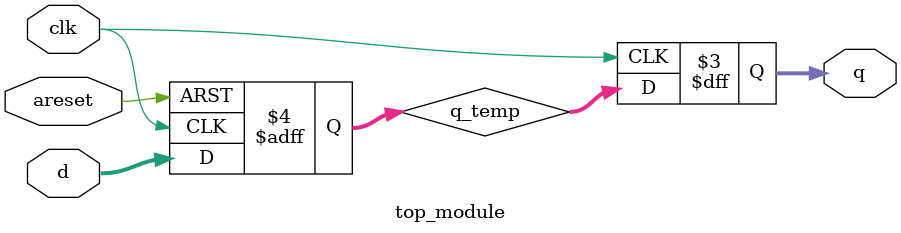
<source format=sv>
module top_module(
	input clk,
	input [7:0] d,
	input areset,
	output reg [7:0] q);

	reg [7:0] q_temp;

	always @(posedge clk or posedge areset)
	begin
		if (areset)
		begin
			q_temp <= 8'b0;
		end
		else
		begin
			q_temp <= d;
		end
	end

	always @(posedge clk)
	begin
		q <= q_temp;
	end

endmodule

</source>
